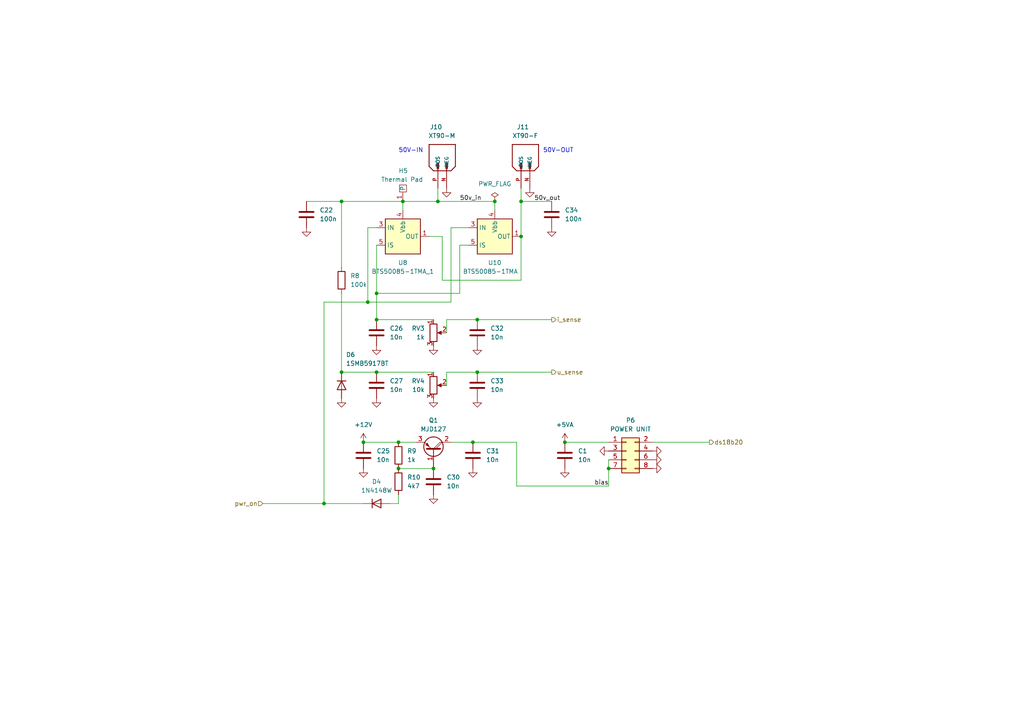
<source format=kicad_sch>
(kicad_sch (version 20230121) (generator eeschema)
  (paper "A4")
  (lib_symbols
    (symbol "BTS50085-1TMA_1_1"
      (property "Reference" "U8" (at 0 -7.62 0))
      (property "Value" "BTS50085-1TMA_1_1" (at 0 -10.16 0))
      (symbol "BTS50085-1TMA_1_1_0_1"
        (rectangle (start -5.08 5.08) (end 5.08 -5.08) (stroke (width 0.254)) (fill (type background)))
      )
      (symbol "BTS50085-1TMA_1_1_1_1"
        (pin passive line (at 7.62 0 180) (length 2.54) (name "OUT") (number "1"))
        (pin passive line (at 7.62 0 180) (length 2.54) hide (name "OUT") (number "2"))
        (pin input line (at -7.62 2.54 0) (length 2.54) (name "IN") (number "3"))
        (pin passive line (at 0 7.62 270) (length 2.54) (name "Vbb") (number "4"))
        (pin passive line (at -7.62 -2.54 0) (length 2.54) (name "IS") (number "5"))
        (pin passive line (at 7.62 0 180) (length 2.54) hide (name "OUT") (number "6"))
        (pin passive line (at 7.62 0 180) (length 2.54) hide (name "OUT") (number "7"))
      )
    )
    (symbol "Connector_Generic:Conn_02x04_Odd_Even" (pin_names (offset 1.016) hide)
      (property "Reference" "J" (at 1.27 5.08 0))
      (property "Value" "Conn_02x04_Odd_Even" (at 1.27 -7.62 0))
      (symbol "Conn_02x04_Odd_Even_1_1"
        (rectangle (start -1.27 -4.953) (end 0 -5.207) (stroke (width 0.1524)))
        (rectangle (start -1.27 -2.413) (end 0 -2.667) (stroke (width 0.1524)))
        (rectangle (start -1.27 0.127) (end 0 -0.127) (stroke (width 0.1524)))
        (rectangle (start -1.27 2.667) (end 0 2.413) (stroke (width 0.1524)))
        (rectangle (start -1.27 3.81) (end 3.81 -6.35) (stroke (width 0.254)) (fill (type background)))
        (rectangle (start 3.81 -4.953) (end 2.54 -5.207) (stroke (width 0.1524)))
        (rectangle (start 3.81 -2.413) (end 2.54 -2.667) (stroke (width 0.1524)))
        (rectangle (start 3.81 0.127) (end 2.54 -0.127) (stroke (width 0.1524)))
        (rectangle (start 3.81 2.667) (end 2.54 2.413) (stroke (width 0.1524)))
        (pin passive line (at -5.08 2.54 0) (length 3.81) (name "Pin_1") (number "1"))
        (pin passive line (at 7.62 2.54 180) (length 3.81) (name "Pin_2") (number "2"))
        (pin passive line (at -5.08 0 0) (length 3.81) (name "Pin_3") (number "3"))
        (pin passive line (at 7.62 0 180) (length 3.81) (name "Pin_4") (number "4"))
        (pin passive line (at -5.08 -2.54 0) (length 3.81) (name "Pin_5") (number "5"))
        (pin passive line (at 7.62 -2.54 180) (length 3.81) (name "Pin_6") (number "6"))
        (pin passive line (at -5.08 -5.08 0) (length 3.81) (name "Pin_7") (number "7"))
        (pin passive line (at 7.62 -5.08 180) (length 3.81) (name "Pin_8") (number "8"))
      )
    )
    (symbol "Device:C" (pin_numbers hide) (pin_names (offset 0.254))
      (property "Reference" "C" (at 0.635 2.54 0))
      (property "Value" "C" (at 0.635 -2.54 0))
      (symbol "C_0_1"
        (polyline (pts (xy -2.032 -0.762) (xy 2.032 -0.762)) (stroke (width 0.508)))
        (polyline (pts (xy -2.032 0.762) (xy 2.032 0.762)) (stroke (width 0.508)))
      )
      (symbol "C_1_1"
        (pin passive line (at 0 3.81 270) (length 2.794) (name "~") (number "1"))
        (pin passive line (at 0 -3.81 90) (length 2.794) (name "~") (number "2"))
      )
    )
    (symbol "Device:D" (pin_numbers hide) (pin_names (offset 1.016) hide)
      (property "Reference" "D" (at 0 2.54 0))
      (property "Value" "D" (at 0 -2.54 0))
      (symbol "D_0_1"
        (polyline (pts (xy -1.27 1.27) (xy -1.27 -1.27)) (stroke (width 0.254)))
        (polyline (pts (xy 1.27 0) (xy -1.27 0)))
        (polyline (pts (xy 1.27 1.27) (xy 1.27 -1.27) (xy -1.27 0) (xy 1.27 1.27)) (stroke (width 0.254)))
      )
      (symbol "D_1_1"
        (pin passive line (at -3.81 0 0) (length 2.54) (name "K") (number "1"))
        (pin passive line (at 3.81 0 180) (length 2.54) (name "A") (number "2"))
      )
    )
    (symbol "Device:Q_PNP_Darlington_BCE" (pin_names (offset 0) hide)
      (property "Reference" "Q" (at 4.572 1.27 0))
      (property "Value" "Q_PNP_Darlington_BCE" (at 4.572 -1.27 0))
      (symbol "Q_PNP_Darlington_BCE_0_1"
        (polyline (pts (xy 0.635 0.635) (xy 2.54 2.54)))
        (polyline (pts (xy 0.635 -0.635) (xy 2.54 -2.54) (xy 2.54 -2.54)))
        (polyline (pts (xy 0.635 0) (xy 2.54 1.905) (xy 2.54 2.54)))
        (polyline (pts (xy 0.635 1.905) (xy 0.635 -1.905) (xy 0.635 -1.905)) (stroke (width 0.508)))
        (polyline (pts (xy 2.286 -1.778) (xy 1.778 -2.286) (xy 1.27 -1.27) (xy 2.286 -1.778) (xy 2.286 -1.778)) (fill (type outline)))
        (circle (center 1.27 0) (radius 2.8194) (stroke (width 0.254)))
      )
      (symbol "Q_PNP_Darlington_BCE_1_1"
        (pin input line (at -5.08 0 0) (length 5.715) (name "B") (number "1"))
        (pin passive line (at 2.54 5.08 270) (length 2.54) (name "C") (number "2"))
        (pin passive line (at 2.54 -5.08 90) (length 2.54) (name "E") (number "3"))
      )
    )
    (symbol "Device:R" (pin_numbers hide) (pin_names (offset 0))
      (property "Reference" "R" (at 2.032 0 90))
      (property "Value" "R" (at 0 0 90))
      (symbol "R_0_1"
        (rectangle (start -1.016 -2.54) (end 1.016 2.54) (stroke (width 0.254)))
      )
      (symbol "R_1_1"
        (pin passive line (at 0 3.81 270) (length 1.27) (name "~") (number "1"))
        (pin passive line (at 0 -3.81 90) (length 1.27) (name "~") (number "2"))
      )
    )
    (symbol "Device:R_Potentiometer" (pin_names (offset 1.016) hide)
      (property "Reference" "RV" (at -4.445 0 90))
      (property "Value" "R_Potentiometer" (at -2.54 0 90))
      (symbol "R_Potentiometer_0_1"
        (polyline (pts (xy 2.54 0) (xy 1.524 0)))
        (polyline (pts (xy 1.143 0) (xy 2.286 0.508) (xy 2.286 -0.508) (xy 1.143 0)) (fill (type outline)))
        (rectangle (start 1.016 2.54) (end -1.016 -2.54) (stroke (width 0.254)))
      )
      (symbol "R_Potentiometer_1_1"
        (pin passive line (at 0 3.81 270) (length 1.27) (name "1") (number "1"))
        (pin passive line (at 3.81 0 180) (length 1.27) (name "2") (number "2"))
        (pin passive line (at 0 -3.81 90) (length 1.27) (name "3") (number "3"))
      )
    )
    (symbol "Diode:1N4148W" (pin_numbers hide) (pin_names hide)
      (property "Reference" "D" (at 0 2.54 0))
      (property "Value" "1N4148W" (at 0 -2.54 0))
      (symbol "1N4148W_0_1"
        (polyline (pts (xy -1.27 1.27) (xy -1.27 -1.27)) (stroke (width 0.254)))
        (polyline (pts (xy 1.27 0) (xy -1.27 0)))
        (polyline (pts (xy 1.27 1.27) (xy 1.27 -1.27) (xy -1.27 0) (xy 1.27 1.27)) (stroke (width 0.254)))
      )
      (symbol "1N4148W_1_1"
        (pin passive line (at -3.81 0 0) (length 2.54) (name "K") (number "1"))
        (pin passive line (at 3.81 0 180) (length 2.54) (name "A") (number "2"))
      )
    )
    (symbol "Library:Thermal_pad" (in_bom no)
      (property "Reference" "H" (at 0 0 0))
      (property "Value" "Thermal_pad" (at 0 0 0))
      (symbol "Thermal_pad_0_1"
        (rectangle (start -0.9652 0.9652) (end 1.0668 -1.0668))
      )
      (symbol "Thermal_pad_1_1"
        (pin passive line (at 0 -3.81 90) (length 2.54) (name "P") (number "1"))
      )
    )
    (symbol "Library:XT90" (pin_names (offset 1.016))
      (property "Reference" "J" (at 0 3.81 0))
      (property "Value" "XT90" (at 0 -7.62 0))
      (symbol "XT90_0_0"
        (polyline (pts (xy 0 -3.81) (xy 1.27 -5.08)) (stroke (width 0.254)))
        (polyline (pts (xy 0 -2.54) (xy 1.905 -2.54)) (stroke (width 0.254)))
        (polyline (pts (xy 0 0) (xy 0 -3.81)) (stroke (width 0.254)))
        (polyline (pts (xy 0 0) (xy 1.905 0)) (stroke (width 0.254)))
        (polyline (pts (xy 0 1.27) (xy 0 0)) (stroke (width 0.254)))
        (polyline (pts (xy 0 1.27) (xy 1.27 2.54)) (stroke (width 0.254)))
        (polyline (pts (xy 1.27 -5.08) (xy 7.62 -5.08)) (stroke (width 0.254)))
        (polyline (pts (xy 7.62 -5.08) (xy 7.62 2.54)) (stroke (width 0.254)))
        (polyline (pts (xy 7.62 2.54) (xy 1.27 2.54)) (stroke (width 0.254)))
        (rectangle (start 0.635 -2.8575) (end 2.2225 -2.2225) (stroke (width 0.1)) (fill (type outline)))
        (rectangle (start 0.635 -0.3175) (end 2.2225 0.3175) (stroke (width 0.1)) (fill (type outline)))
        (pin passive line (at -5.08 -2.54 0) (length 5.08) (name "NEG") (number "N"))
        (pin passive line (at -5.08 0 0) (length 5.08) (name "POS") (number "P"))
      )
    )
    (symbol "Power_Management:BTS50085-1TMA"
      (property "Reference" "U" (at -5.08 6.35 0))
      (property "Value" "BTS50085-1TMA" (at 8.89 6.35 0))
      (symbol "BTS50085-1TMA_0_1"
        (rectangle (start -5.08 5.08) (end 5.08 -5.08) (stroke (width 0.254)) (fill (type background)))
      )
      (symbol "BTS50085-1TMA_1_1"
        (pin power_out line (at 7.62 0 180) (length 2.54) (name "OUT") (number "1"))
        (pin passive line (at 7.62 0 180) (length 2.54) hide (name "OUT") (number "2"))
        (pin input line (at -7.62 2.54 0) (length 2.54) (name "IN") (number "3"))
        (pin power_in line (at 0 7.62 270) (length 2.54) (name "Vbb") (number "4"))
        (pin output line (at -7.62 -2.54 0) (length 2.54) (name "IS") (number "5"))
        (pin passive line (at 7.62 0 180) (length 2.54) hide (name "OUT") (number "6"))
        (pin passive line (at 7.62 0 180) (length 2.54) hide (name "OUT") (number "7"))
      )
    )
    (symbol "power:+12V" (power) (pin_names (offset 0))
      (property "Value" "+12V" (at 0 3.556 0))
      (symbol "+12V_0_1"
        (polyline (pts (xy -0.762 1.27) (xy 0 2.54)))
        (polyline (pts (xy 0 0) (xy 0 2.54)))
        (polyline (pts (xy 0 2.54) (xy 0.762 1.27)))
      )
      (symbol "+12V_1_1"
        (pin power_in line (at 0 0 90) (length 0) hide (name "+12V") (number "1"))
      )
    )
    (symbol "power:+5VA" (power) (pin_names (offset 0))
      (property "Value" "+5VA" (at 0 3.556 0))
      (symbol "+5VA_0_1"
        (polyline (pts (xy -0.762 1.27) (xy 0 2.54)))
        (polyline (pts (xy 0 0) (xy 0 2.54)))
        (polyline (pts (xy 0 2.54) (xy 0.762 1.27)))
      )
      (symbol "+5VA_1_1"
        (pin power_in line (at 0 0 90) (length 0) hide (name "+5VA") (number "1"))
      )
    )
    (symbol "power:GND" (power) (pin_names (offset 0))
      (property "Value" "GND" (at 0 -3.81 0))
      (symbol "GND_0_1"
        (polyline (pts (xy 0 0) (xy 0 -1.27) (xy 1.27 -1.27) (xy 0 -2.54) (xy -1.27 -1.27) (xy 0 -1.27)))
      )
      (symbol "GND_1_1"
        (pin power_in line (at 0 0 270) (length 0) hide (name "GND") (number "1"))
      )
    )
    (symbol "power:PWR_FLAG" (power) (pin_numbers hide) (pin_names (offset 0) hide)
      (property "Value" "PWR_FLAG" (at 0 3.81 0))
      (symbol "PWR_FLAG_0_0"
        (pin power_out line (at 0 0 90) (length 0) (name "pwr") (number "1"))
      )
      (symbol "PWR_FLAG_0_1"
        (polyline (pts (xy 0 0) (xy 0 1.27) (xy -1.016 1.905) (xy 0 2.54) (xy 1.016 1.905) (xy 0 1.27)))
      )
    )
  )
  (junction (at 116.84 58.42))
  (junction (at 138.43 92.71))
  (junction (at 115.57 128.27))
  (junction (at 163.83 128.27))
  (junction (at 151.13 58.42))
  (junction (at 138.43 107.95))
  (junction (at 127 58.42))
  (junction (at 137.16 128.27))
  (junction (at 151.13 68.58))
  (junction (at 109.22 107.95))
  (junction (at 176.53 135.89))
  (junction (at 93.98 146.05))
  (junction (at 109.22 92.71))
  (junction (at 105.41 128.27))
  (junction (at 106.68 87.63))
  (junction (at 99.06 107.95))
  (junction (at 99.06 58.42))
  (junction (at 143.51 58.42))
  (junction (at 125.73 135.89))
  (junction (at 109.22 85.09))
  (junction (at 115.57 135.89))
  (wire (pts (xy 130.81 66.04) (xy 135.89 66.04)))
  (wire (pts (xy 128.27 81.28) (xy 151.13 81.28)))
  (wire (pts (xy 116.84 58.42) (xy 127 58.42)))
  (wire (pts (xy 138.43 107.95) (xy 160.02 107.95)))
  (wire (pts (xy 143.51 60.96) (xy 143.51 58.42)))
  (wire (pts (xy 109.22 71.12) (xy 109.22 85.09)))
  (wire (pts (xy 128.27 68.58) (xy 128.27 81.28)))
  (wire (pts (xy 149.86 140.97) (xy 176.53 140.97)))
  (wire (pts (xy 130.81 87.63) (xy 130.81 66.04)))
  (wire (pts (xy 129.54 96.52) (xy 129.54 92.71)))
  (wire (pts (xy 163.83 128.27) (xy 176.53 128.27)))
  (wire (pts (xy 151.13 54.61) (xy 151.13 58.42)))
  (wire (pts (xy 149.86 128.27) (xy 149.86 140.97)))
  (wire (pts (xy 129.54 107.95) (xy 138.43 107.95)))
  (wire (pts (xy 189.23 128.27) (xy 205.74 128.27)))
  (wire (pts (xy 176.53 135.89) (xy 176.53 140.97)))
  (wire (pts (xy 130.81 128.27) (xy 137.16 128.27)))
  (wire (pts (xy 99.06 107.95) (xy 109.22 107.95)))
  (wire (pts (xy 115.57 128.27) (xy 120.65 128.27)))
  (wire (pts (xy 93.98 87.63) (xy 106.68 87.63)))
  (wire (pts (xy 93.98 146.05) (xy 105.41 146.05)))
  (wire (pts (xy 93.98 87.63) (xy 93.98 146.05)))
  (wire (pts (xy 137.16 128.27) (xy 149.86 128.27)))
  (wire (pts (xy 129.54 111.76) (xy 129.54 107.95)))
  (wire (pts (xy 127 54.61) (xy 127 58.42)))
  (wire (pts (xy 109.22 107.95) (xy 125.73 107.95)))
  (wire (pts (xy 76.2 146.05) (xy 93.98 146.05)))
  (wire (pts (xy 115.57 135.89) (xy 125.73 135.89)))
  (wire (pts (xy 109.22 92.71) (xy 125.73 92.71)))
  (wire (pts (xy 115.57 143.51) (xy 115.57 146.05)))
  (wire (pts (xy 99.06 58.42) (xy 116.84 58.42)))
  (wire (pts (xy 124.46 68.58) (xy 128.27 68.58)))
  (wire (pts (xy 106.68 66.04) (xy 106.68 87.63)))
  (wire (pts (xy 109.22 85.09) (xy 109.22 92.71)))
  (wire (pts (xy 109.22 85.09) (xy 133.35 85.09)))
  (wire (pts (xy 99.06 58.42) (xy 99.06 77.47)))
  (wire (pts (xy 138.43 92.71) (xy 160.02 92.71)))
  (wire (pts (xy 129.54 92.71) (xy 138.43 92.71)))
  (wire (pts (xy 151.13 58.42) (xy 151.13 68.58)))
  (wire (pts (xy 151.13 58.42) (xy 160.02 58.42)))
  (wire (pts (xy 88.9 58.42) (xy 99.06 58.42)))
  (wire (pts (xy 133.35 71.12) (xy 135.89 71.12)))
  (wire (pts (xy 115.57 146.05) (xy 113.03 146.05)))
  (wire (pts (xy 105.41 128.27) (xy 115.57 128.27)))
  (wire (pts (xy 106.68 87.63) (xy 130.81 87.63)))
  (wire (pts (xy 109.22 66.04) (xy 106.68 66.04)))
  (wire (pts (xy 176.53 133.35) (xy 176.53 135.89)))
  (wire (pts (xy 99.06 85.09) (xy 99.06 107.95)))
  (wire (pts (xy 133.35 85.09) (xy 133.35 71.12)))
  (wire (pts (xy 151.13 68.58) (xy 151.13 81.28)))
  (wire (pts (xy 143.51 58.42) (xy 127 58.42)))
  (wire (pts (xy 116.84 60.96) (xy 116.84 58.42)))
  (text "50V-IN" (at 115.57 44.45 0) (effects (font (size 1.27 1.27)) (justify left bottom)))
  (text "50V-OUT" (at 157.48 44.45 0) (effects (font (size 1.27 1.27)) (justify left bottom)))
  (label "50v_out" (at 154.94 58.42 0))
  (label "bias" (at 176.53 140.97 180))
  (label "50v_in" (at 133.35 58.42 0))
  (hierarchical_label "ds18b20" (shape output) (at 205.74 128.27 0))
  (hierarchical_label "u_sense" (shape output) (at 160.02 107.95 0))
  (hierarchical_label "i_sense" (shape output) (at 160.02 92.71 0))
  (hierarchical_label "pwr_on" (shape input) (at 76.2 146.05 180))
  (symbol (lib_id "Device:R") (at 115.57 139.7 0) (unit 1)
    (property "Reference" "R10" (at 118.11 138.4299 0) (effects (justify left)))
    (property "Value" "4k7" (at 118.11 140.9699 0) (effects (justify left)))
    (property "Footprint" "Resistor_SMD:R_1206_3216Metric" (effects hide))
  )
  (symbol (lib_id "power:GND") (at 105.41 135.89 0) (mirror y) (unit 1)
    (property "Reference" "#PWR080" (effects hide))
    (property "Value" "GND" (effects hide))
  )
  (symbol (lib_id "Library:XT90") (at 151.13 49.53 90) (unit 1)
    (property "Reference" "J11" (at 149.86 36.83 90) (effects (justify right)))
    (property "Value" "XT90-F" (at 148.59 39.37 90) (effects (justify right)))
    (property "Footprint" "Library:XT90M" (effects hide))
    (property "MANUFACTURER" "AMASS" (effects hide))
    (property "PARTREV" "V00" (effects hide))
    (property "STANDARD" "Manufacturer Recommendations" (effects hide))
    (property "MAXIMUM_PACKAGE_HIEGHT" "10.3mm" (effects hide))
  )
  (symbol (lib_id "power:GND") (at 138.43 100.33 0) (mirror y) (unit 1)
    (property "Reference" "#PWR095" (effects hide))
    (property "Value" "GND" (effects hide))
  )
  (symbol (lib_name "BTS50085-1TMA_1_1") (lib_id "Library:BTS50085-1TMA_1") (at 116.84 68.58 0) (unit 1)
    (property "Reference" "U8" (at 116.84 76.2 0))
    (property "Value" "BTS50085-1TMA_1" (at 116.84 78.74 0))
    (property "Footprint" "Package_TO_SOT_SMD:TO-263-7_TabPin4" (effects hide))
    (property "Datasheet" "https://www.infineon.com/dgdl/Infineon-BTS50085-1TMA-DS-v01_00-EN.pdf?fileId=5546d4625a888733015aa435bccd114b" (effects hide))
  )
  (symbol (lib_id "power:GND") (at 189.23 130.81 90) (mirror x) (unit 1)
    (property "Reference" "#PWR09" (effects hide))
    (property "Value" "GND" (effects hide))
  )
  (symbol (lib_id "power:+12V") (at 105.41 128.27 0) (unit 1)
    (property "Reference" "#PWR0114" (effects hide))
    (property "Value" "+12V" (at 105.41 123.19 0))
  )
  (symbol (lib_id "Library:XT90") (at 127 49.53 90) (unit 1)
    (property "Reference" "J10" (at 128.27 36.83 90) (effects (justify left)))
    (property "Value" "XT90-M" (at 132.08 39.37 90) (effects (justify left)))
    (property "Footprint" "Library:XT90M" (effects hide))
    (property "MANUFACTURER" "AMASS" (effects hide))
    (property "PARTREV" "V00" (effects hide))
    (property "STANDARD" "Manufacturer Recommendations" (effects hide))
    (property "MAXIMUM_PACKAGE_HIEGHT" "10.3mm" (effects hide))
  )
  (symbol (lib_id "power:GND") (at 160.02 66.04 0) (mirror y) (unit 1)
    (property "Reference" "#PWR099" (effects hide))
    (property "Value" "GND" (effects hide))
  )
  (symbol (lib_id "power:GND") (at 88.9 66.04 0) (mirror y) (unit 1)
    (property "Reference" "#PWR077" (effects hide))
    (property "Value" "GND" (effects hide))
  )
  (symbol (lib_id "power:GND") (at 176.53 130.81 270) (unit 1)
    (property "Reference" "#PWR05" (effects hide))
    (property "Value" "GND" (effects hide))
  )
  (symbol (lib_id "power:GND") (at 99.06 115.57 0) (mirror y) (unit 1)
    (property "Reference" "#PWR038" (effects hide))
    (property "Value" "GND" (effects hide))
  )
  (symbol (lib_id "Device:C") (at 137.16 132.08 0) (unit 1)
    (property "Reference" "C31" (at 140.97 130.8099 0) (effects (justify left)))
    (property "Value" "10n" (at 140.97 133.3499 0) (effects (justify left)))
    (property "Footprint" "Capacitor_SMD:C_1206_3216Metric" (effects hide))
  )
  (symbol (lib_id "Device:C") (at 138.43 111.76 0) (unit 1)
    (property "Reference" "C33" (at 142.24 110.4899 0) (effects (justify left)))
    (property "Value" "10n" (at 142.24 113.0299 0) (effects (justify left)))
    (property "Footprint" "Capacitor_SMD:C_1206_3216Metric" (effects hide))
  )
  (symbol (lib_id "Connector_Generic:Conn_02x04_Odd_Even") (at 181.61 130.81 0) (unit 1)
    (property "Reference" "P6" (at 182.88 121.92 0))
    (property "Value" "POWER UNIT" (at 182.88 124.46 0))
    (property "Footprint" "Connector_IDC:IDC-Header_2x04_P2.54mm_Vertical" (effects hide))
  )
  (symbol (lib_id "Device:C") (at 105.41 132.08 0) (unit 1)
    (property "Reference" "C25" (at 109.22 130.8099 0) (effects (justify left)))
    (property "Value" "10n" (at 109.22 133.3499 0) (effects (justify left)))
    (property "Footprint" "Capacitor_SMD:C_1206_3216Metric" (effects hide))
  )
  (symbol (lib_id "Device:C") (at 125.73 139.7 0) (unit 1)
    (property "Reference" "C30" (at 129.54 138.4299 0) (effects (justify left)))
    (property "Value" "10n" (at 129.54 140.9699 0) (effects (justify left)))
    (property "Footprint" "Capacitor_SMD:C_1206_3216Metric" (effects hide))
  )
  (symbol (lib_id "Diode:1N4148W") (at 109.22 146.05 0) (unit 1)
    (property "Reference" "D4" (at 109.22 139.7 0))
    (property "Value" "1N4148W" (at 109.22 142.24 0))
    (property "Footprint" "Diode_SMD:D_SOD-123" (effects hide))
    (property "Datasheet" "https://www.vishay.com/docs/85748/1n4148w.pdf" (effects hide))
  )
  (symbol (lib_id "power:GND") (at 125.73 100.33 0) (mirror y) (unit 1)
    (property "Reference" "#PWR088" (effects hide))
    (property "Value" "GND" (effects hide))
  )
  (symbol (lib_id "power:GND") (at 109.22 115.57 0) (mirror y) (unit 1)
    (property "Reference" "#PWR082" (effects hide))
    (property "Value" "GND" (effects hide))
  )
  (symbol (lib_id "Device:R") (at 115.57 132.08 0) (unit 1)
    (property "Reference" "R9" (at 118.11 130.8099 0) (effects (justify left)))
    (property "Value" "1k" (at 118.11 133.3499 0) (effects (justify left)))
    (property "Footprint" "Resistor_SMD:R_1206_3216Metric" (effects hide))
  )
  (symbol (lib_id "power:PWR_FLAG") (at 143.51 58.42 0) (unit 1)
    (property "Reference" "#FLG0101" (effects hide))
    (property "Value" "PWR_FLAG" (at 143.51 53.34 0))
  )
  (symbol (lib_id "Device:R_Potentiometer") (at 125.73 96.52 0) (unit 1)
    (property "Reference" "RV3" (at 123.19 95.2499 0) (effects (justify right)))
    (property "Value" "1k" (at 123.19 97.7899 0) (effects (justify right)))
    (property "Footprint" "Potentiometer_THT:Potentiometer_Bourns_3296X_Horizontal" (effects hide))
  )
  (symbol (lib_id "Device:R_Potentiometer") (at 125.73 111.76 0) (unit 1)
    (property "Reference" "RV4" (at 123.19 110.4899 0) (effects (justify right)))
    (property "Value" "10k" (at 123.19 113.0299 0) (effects (justify right)))
    (property "Footprint" "Potentiometer_THT:Potentiometer_Bourns_3296X_Horizontal" (effects hide))
  )
  (symbol (lib_id "Device:D") (at 99.06 111.76 270) (unit 1)
    (property "Reference" "D6" (at 100.33 102.87 90) (effects (justify left)))
    (property "Value" "1SMB5917BT" (at 100.33 105.41 90) (effects (justify left)))
    (property "Footprint" "Diode_SMD:D_SMB" (effects hide))
  )
  (symbol (lib_id "power:GND") (at 163.83 135.89 0) (mirror y) (unit 1)
    (property "Reference" "#PWR02" (effects hide))
    (property "Value" "GND" (effects hide))
  )
  (symbol (lib_id "power:GND") (at 109.22 100.33 0) (mirror y) (unit 1)
    (property "Reference" "#PWR081" (effects hide))
    (property "Value" "GND" (effects hide))
  )
  (symbol (lib_id "power:GND") (at 189.23 133.35 90) (mirror x) (unit 1)
    (property "Reference" "#PWR010" (effects hide))
    (property "Value" "GND" (effects hide))
  )
  (symbol (lib_id "Device:R") (at 99.06 81.28 0) (unit 1)
    (property "Reference" "R8" (at 101.6 80.0099 0) (effects (justify left)))
    (property "Value" "100k" (at 101.6 82.5499 0) (effects (justify left)))
    (property "Footprint" "Resistor_SMD:R_1206_3216Metric" (effects hide))
  )
  (symbol (lib_id "power:GND") (at 125.73 143.51 0) (mirror y) (unit 1)
    (property "Reference" "#PWR090" (effects hide))
    (property "Value" "GND" (effects hide))
  )
  (symbol (lib_id "Device:C") (at 160.02 62.23 0) (unit 1)
    (property "Reference" "C34" (at 163.83 60.9599 0) (effects (justify left)))
    (property "Value" "100n" (at 163.83 63.4999 0) (effects (justify left)))
    (property "Footprint" "Capacitor_SMD:C_1206_3216Metric" (effects hide))
  )
  (symbol (lib_id "power:GND") (at 125.73 115.57 0) (mirror y) (unit 1)
    (property "Reference" "#PWR089" (effects hide))
    (property "Value" "GND" (effects hide))
  )
  (symbol (lib_id "Device:Q_PNP_Darlington_BCE") (at 125.73 130.81 270) (mirror x) (unit 1)
    (property "Reference" "Q1" (at 125.73 121.92 90))
    (property "Value" "MJD127" (at 125.73 124.46 90))
    (property "Footprint" "Package_TO_SOT_SMD:TO-252-2" (effects hide))
  )
  (symbol (lib_id "Library:Thermal_pad") (at 116.84 54.61 0) (unit 1) (in_bom no)
    (property "Reference" "H5" (at 115.57 49.53 0) (effects (justify left)))
    (property "Value" "Thermal Pad" (at 110.49 52.07 0) (effects (justify left)))
    (property "Footprint" "Library:TO-263-7_fleha" (effects hide))
  )
  (symbol (lib_id "Device:C") (at 88.9 62.23 0) (unit 1)
    (property "Reference" "C22" (at 92.71 60.9599 0) (effects (justify left)))
    (property "Value" "100n" (at 92.71 63.4999 0) (effects (justify left)))
    (property "Footprint" "Capacitor_SMD:C_1206_3216Metric" (effects hide))
  )
  (symbol (lib_id "Device:C") (at 109.22 111.76 0) (unit 1)
    (property "Reference" "C27" (at 113.03 110.4899 0) (effects (justify left)))
    (property "Value" "10n" (at 113.03 113.0299 0) (effects (justify left)))
    (property "Footprint" "Capacitor_SMD:C_1206_3216Metric" (effects hide))
  )
  (symbol (lib_id "Device:C") (at 138.43 96.52 0) (unit 1)
    (property "Reference" "C32" (at 142.24 95.2499 0) (effects (justify left)))
    (property "Value" "10n" (at 142.24 97.7899 0) (effects (justify left)))
    (property "Footprint" "Capacitor_SMD:C_1206_3216Metric" (effects hide))
  )
  (symbol (lib_id "power:GND") (at 138.43 115.57 0) (mirror y) (unit 1)
    (property "Reference" "#PWR096" (effects hide))
    (property "Value" "GND" (effects hide))
  )
  (symbol (lib_id "Device:C") (at 109.22 96.52 0) (unit 1)
    (property "Reference" "C26" (at 113.03 95.2499 0) (effects (justify left)))
    (property "Value" "10n" (at 113.03 97.7899 0) (effects (justify left)))
    (property "Footprint" "Capacitor_SMD:C_1206_3216Metric" (effects hide))
  )
  (symbol (lib_id "power:GND") (at 137.16 135.89 0) (mirror y) (unit 1)
    (property "Reference" "#PWR094" (effects hide))
    (property "Value" "GND" (effects hide))
  )
  (symbol (lib_id "power:GND") (at 153.67 54.61 0) (mirror y) (unit 1)
    (property "Reference" "#PWR097" (effects hide))
    (property "Value" "GND" (effects hide))
  )
  (symbol (lib_id "Power_Management:BTS50085-1TMA") (at 143.51 68.58 0) (unit 1)
    (property "Reference" "U10" (at 143.51 76.2 0))
    (property "Value" "BTS50085-1TMA" (at 142.24 78.74 0))
    (property "Footprint" "Package_TO_SOT_SMD:TO-263-7_TabPin4" (effects hide))
    (property "Datasheet" "https://www.infineon.com/dgdl/Infineon-BTS50085-1TMA-DS-v01_00-EN.pdf?fileId=5546d4625a888733015aa435bccd114b" (effects hide))
  )
  (symbol (lib_id "power:GND") (at 129.54 54.61 0) (mirror y) (unit 1)
    (property "Reference" "#PWR091" (effects hide))
    (property "Value" "GND" (effects hide))
  )
  (symbol (lib_id "power:+5VA") (at 163.83 128.27 0) (unit 1)
    (property "Reference" "#PWR01" (effects hide))
    (property "Value" "+5VA" (at 163.83 123.19 0))
  )
  (symbol (lib_id "Device:C") (at 163.83 132.08 0) (unit 1)
    (property "Reference" "C1" (at 167.64 130.8099 0) (effects (justify left)))
    (property "Value" "10n" (at 167.64 133.3499 0) (effects (justify left)))
    (property "Footprint" "Capacitor_SMD:C_1206_3216Metric" (effects hide))
  )
  (symbol (lib_id "power:GND") (at 189.23 135.89 90) (mirror x) (unit 1)
    (property "Reference" "#PWR011" (effects hide))
    (property "Value" "GND" (effects hide))
  )
)
</source>
